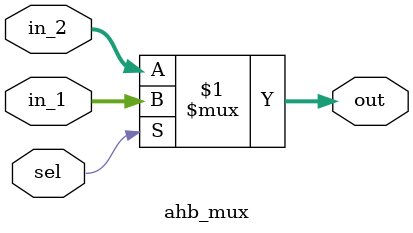
<source format=sv>
`include "const_defines.v"

module ahb_mux #(
    parameter WIDTH = 32
) (
    input [WIDTH - 1 : 0]   in_1,
    input [WIDTH - 1 : 0]   in_2,
    input                   sel,

    output [WIDTH - 1 : 0]  out
);
    
    assign out = sel ? in_1: in_2;

endmodule
</source>
